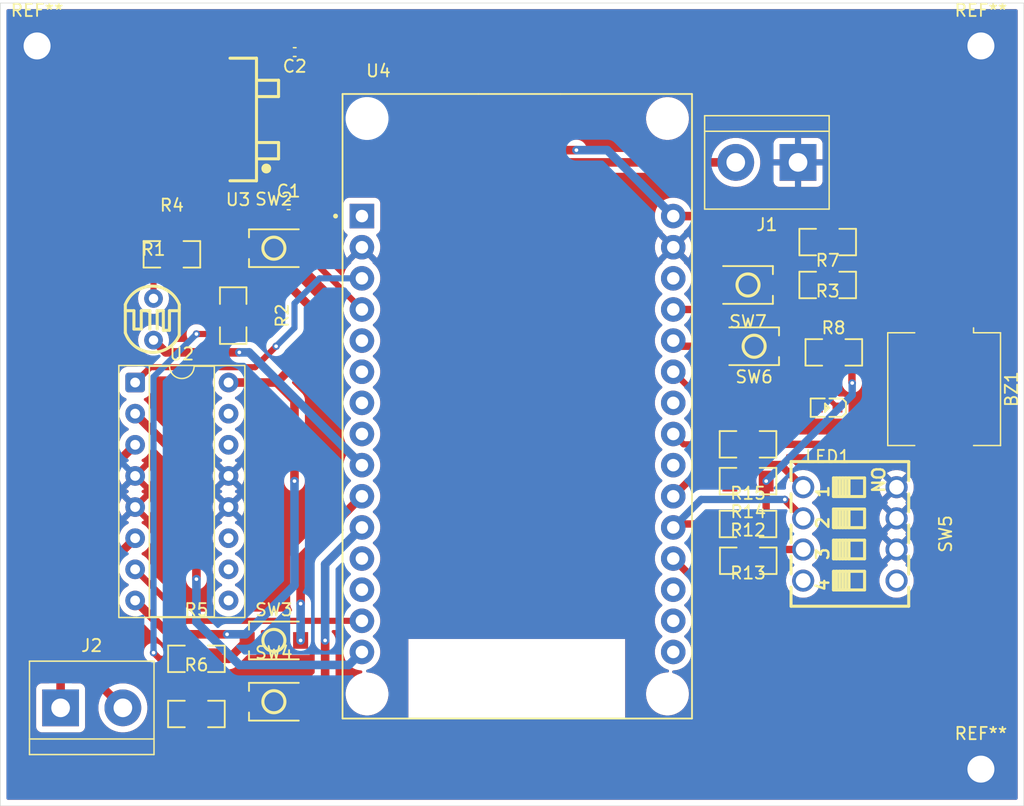
<source format=kicad_pcb>
(kicad_pcb (version 20241229) (generator "pcbnew") (generator_version "9.0")
  (layers (0 "F.Cu" signal) (2 "B.Cu" signal) (13 "F.Paste" user) (15 "B.Paste" user) (5 "F.SilkS" user "F.Silkscreen") (7 "B.SilkS" user "B.Silkscreen") (1 "F.Mask" user) (3 "B.Mask" user) (25 "Edge.Cuts" user))
  (net 0 "")
  (net 2 "Net-(BZ1--)")
  (net 3 "+5V")
  (net 4 "GND")
  (net 5 "+12V")
  (net 6 "Net-(J2-Pin_2)")
  (net 8 "Net-(J2-Pin_1)")
  (net 10 "Net-(LED1-A)")
  (net 11 "Net-(LED1-K)")
  (net 12 "Net-(R1-Pad1)")
  (net 14 "Net-(U4-D18)")
  (net 16 "Net-(R2-Pad1)")
  (net 17 "Net-(R5-Pad2)")
  (net 18 "Net-(R6-Pad2)")
  (net 19 "dip1")
  (net 20 "dip2")
  (net 21 "dip3")
  (net 22 "BUZZER")
  (net 23 "Net-(U4-D2)")
  (net 24 "llave A")
  (net 25 "llave B")
  (net 28 "LSC")
  (net 29 "LSA")
  (net 30 "motor 2")
  (net 31 "motor 1")
  (net 32 "enable")
  (net 42 "+3.3V")
  (net 46 "Net-(R7-Pad1)")
  (net 47 "Net-(R8-Pad1)")
  (footprint "MountingHole:MountingHole_2.2mm_M2_ISO14580_Pad" (layer "F.Cu") (at 171.5 68.5)
    (property "Reference" "REF**" (at 0 -2.9 0) (layer "F.SilkS"))
    (property "Value" "MountingHole_2.2mm_M2_ISO14580_Pad" (hide yes))
    (pad "1" thru_hole circle (at 0 0) (size 3.8 3.8) (drill 2.2) (layers "*.Cu" "*.Mask"))
  )
  (footprint "easyeda2kicad:R1206" (layer "F.Cu") (at 110.5 90.5 -90)
    (property "Reference" "R2" (at 0 -4 90) (layer "F.SilkS"))
    (property "Value" "220")
    (fp_line (start -2.31 1.08) (end -2.31 -1.08) (stroke (width 0.15)) (layer "F.SilkS"))
    (fp_line (start -0.95 1.08) (end -2.31 1.08) (stroke (width 0.15)) (layer "F.SilkS"))
    (fp_line (start 0.95 1.08) (end 2.31 1.08) (stroke (width 0.15)) (layer "F.SilkS"))
    (fp_line (start 2.31 1.08) (end 2.31 -1.08) (stroke (width 0.15)) (layer "F.SilkS"))
    (fp_line (start -2.31 -1.08) (end -0.95 -1.08) (stroke (width 0.15)) (layer "F.SilkS"))
    (fp_line (start 2.31 -1.08) (end 0.95 -1.08) (stroke (width 0.15)) (layer "F.SilkS"))
    (pad "1" smd rect (at -1.48 0 270) (size 1.21 1.7) (layers "F.Cu" "F.Mask" "F.Paste") (net 16 "Net-(R2-Pad1)"))
    (pad "2" smd rect (at 1.48 0 270) (size 1.21 1.7) (layers "F.Cu" "F.Mask" "F.Paste") (net 3 "+5V"))
  )
  (footprint "easyeda2kicad:R1206" (layer "F.Cu") (at 107.5 123)
    (property "Reference" "R6" (at 0 -4 0) (layer "F.SilkS"))
    (property "Value" "220")
    (fp_line (start -2.31 -1.08) (end -0.95 -1.08) (stroke (width 0.15)) (layer "F.SilkS"))
    (fp_line (start -2.31 1.08) (end -2.31 -1.08) (stroke (width 0.15)) (layer "F.SilkS"))
    (fp_line (start -0.95 1.08) (end -2.31 1.08) (stroke (width 0.15)) (layer "F.SilkS"))
    (fp_line (start 0.95 1.08) (end 2.31 1.08) (stroke (width 0.15)) (layer "F.SilkS"))
    (fp_line (start 2.31 -1.08) (end 0.95 -1.08) (stroke (width 0.15)) (layer "F.SilkS"))
    (fp_line (start 2.31 1.08) (end 2.31 -1.08) (stroke (width 0.15)) (layer "F.SilkS"))
    (pad "1" smd rect (at -1.48 0) (size 1.21 1.7) (layers "F.Cu" "F.Mask" "F.Paste") (net 3 "+5V"))
    (pad "2" smd rect (at 1.48 0) (size 1.21 1.7) (layers "F.Cu" "F.Mask" "F.Paste") (net 18 "Net-(R6-Pad2)"))
  )
  (footprint "easyeda2kicad:SW-SMD_L3.9-W3.0-P4.45" (layer "F.Cu") (at 113.82 117)
    (property "Reference" "SW3" (at 0 -2.5 0) (layer "F.SilkS"))
    (property "Value" "botton")
    (fp_line (start -2.03 -1.54) (end -2.03 -0.88) (stroke (width 0.15)) (layer "F.SilkS"))
    (fp_line (start -2.03 1.54) (end -2.03 0.88) (stroke (width 0.15)) (layer "F.SilkS"))
    (fp_line (start 2.03 -1.54) (end -2.03 -1.54) (stroke (width 0.15)) (layer "F.SilkS"))
    (fp_line (start 2.03 1.54) (end -2.03 1.54) (stroke (width 0.15)) (layer "F.SilkS"))
    (fp_circle (center 0 0) (end 0.9 0) (stroke (width 0.25)) (fill no) (layer "F.SilkS"))
    (pad "1" smd rect (at -2.18 0) (size 1.23 1.36) (layers "F.Cu" "F.Mask" "F.Paste") (net 17 "Net-(R5-Pad2)"))
    (pad "2" smd rect (at 2.18 0) (size 1.23 1.36) (layers "F.Cu" "F.Mask" "F.Paste") (net 24 "llave A"))
  )
  (footprint "Buzzer_Beeper:Buzzer_CUI_CPT-9019S-SMT" (layer "F.Cu") (at 168.5 96.5 -90)
    (property "Reference" "BZ1" (at 0 -5.5 90) (layer "F.SilkS"))
    (property "Value" "Buzzer")
    (fp_line (start 4.6 4.6) (end -4.6 4.6) (stroke (width 0.12)) (layer "F.SilkS"))
    (fp_line (start -4.6 2.4) (end -4.6 4.6) (stroke (width 0.12)) (layer "F.SilkS"))
    (fp_line (start 4.6 2.4) (end 4.6 4.6) (stroke (width 0.12)) (layer "F.SilkS"))
    (fp_line (start -4.6 -2.4) (end -5 -2.4) (stroke (width 0.12)) (layer "F.SilkS"))
    (fp_line (start -4.6 -4.6) (end -4.6 -2.4) (stroke (width 0.12)) (layer "F.SilkS"))
    (fp_line (start -4.6 -4.6) (end 4.6 -4.6) (stroke (width 0.12)) (layer "F.SilkS"))
    (fp_line (start 4.6 -4.6) (end 4.6 -2.4) (stroke (width 0.12)) (layer "F.SilkS"))
    (pad "1" smd rect (at -4 0 270) (size 2 4.2) (layers "F.Cu" "F.Mask" "F.Paste") (net 3 "+5V"))
    (pad "2" smd rect (at 4 0 270) (size 2 4.2) (layers "F.Cu" "F.Mask" "F.Paste") (net 2 "Net-(BZ1--)"))
  )
  (footprint "easyeda2kicad:R1206" (layer "F.Cu") (at 152.5 107.5 180)
    (property "Reference" "R13" (at 0 -4 0) (layer "F.SilkS"))
    (property "Value" "RC1206FR-071KL" (hide yes))
    (fp_line (start 2.31 1.08) (end 2.31 -1.08) (stroke (width 0.15)) (layer "F.SilkS"))
    (fp_line (start 2.31 -1.08) (end 0.95 -1.08) (stroke (width 0.15)) (layer "F.SilkS"))
    (fp_line (start 0.95 1.08) (end 2.31 1.08) (stroke (width 0.15)) (layer "F.SilkS"))
    (fp_line (start -0.95 1.08) (end -2.31 1.08) (stroke (width 0.15)) (layer "F.SilkS"))
    (fp_line (start -2.31 1.08) (end -2.31 -1.08) (stroke (width 0.15)) (layer "F.SilkS"))
    (fp_line (start -2.31 -1.08) (end -0.95 -1.08) (stroke (width 0.15)) (layer "F.SilkS"))
    (pad "1" smd rect (at -1.48 0 180) (size 1.21 1.7) (layers "F.Cu" "F.Mask" "F.Paste") (net 3 "+5V"))
    (pad "2" smd rect (at 1.48 0 180) (size 1.21 1.7) (layers "F.Cu" "F.Mask" "F.Paste") (net 20 "dip2"))
  )
  (footprint "easyeda2kicad:R1206" (layer "F.Cu") (at 105.5 85.5)
    (property "Reference" "R4" (at 0 -4 0) (layer "F.SilkS"))
    (property "Value" "220")
    (fp_line (start -2.31 -1.08) (end -0.95 -1.08) (stroke (width 0.15)) (layer "F.SilkS"))
    (fp_line (start -2.31 1.08) (end -2.31 -1.08) (stroke (width 0.15)) (layer "F.SilkS"))
    (fp_line (start -0.95 1.08) (end -2.31 1.08) (stroke (width 0.15)) (layer "F.SilkS"))
    (fp_line (start 0.95 1.08) (end 2.31 1.08) (stroke (width 0.15)) (layer "F.SilkS"))
    (fp_line (start 2.31 -1.08) (end 0.95 -1.08) (stroke (width 0.15)) (layer "F.SilkS"))
    (fp_line (start 2.31 1.08) (end 2.31 -1.08) (stroke (width 0.15)) (layer "F.SilkS"))
    (pad "1" smd rect (at -1.48 0) (size 1.21 1.7) (layers "F.Cu" "F.Mask" "F.Paste") (net 12 "Net-(R1-Pad1)"))
    (pad "2" smd rect (at 1.48 0) (size 1.21 1.7) (layers "F.Cu" "F.Mask" "F.Paste") (net 4 "GND"))
  )
  (footprint "MountingHole:MountingHole_2.2mm_M2_ISO14580_Pad" (layer "F.Cu") (at 171.5 127.5)
    (property "Reference" "REF**" (at 0 -2.9 0) (layer "F.SilkS"))
    (property "Value" "MountingHole_2.2mm_M2_ISO14580_Pad" (hide yes))
    (pad "1" thru_hole circle (at 0 0) (size 3.8 3.8) (drill 2.2) (layers "*.Cu" "*.Mask"))
  )
  (footprint "easyeda2kicad:SW-SMD_L3.9-W3.0-P4.45" (layer "F.Cu") (at 113.82 85)
    (property "Reference" "SW2" (at 0 -4 0) (layer "F.SilkS"))
    (property "Value" "TS-1088-AR02016" (hide yes))
    (fp_line (start -2.03 -1.54) (end -2.03 -0.88) (stroke (width 0.15)) (layer "F.SilkS"))
    (fp_line (start -2.03 1.54) (end -2.03 0.88) (stroke (width 0.15)) (layer "F.SilkS"))
    (fp_line (start 2.03 -1.54) (end -2.03 -1.54) (stroke (width 0.15)) (layer "F.SilkS"))
    (fp_line (start 2.03 1.54) (end -2.03 1.54) (stroke (width 0.15)) (layer "F.SilkS"))
    (fp_circle (center 0 0) (end 0.9 0) (stroke (width 0.25)) (fill no) (layer "F.SilkS"))
    (pad "1" smd rect (at -2.18 0) (size 1.23 1.36) (layers "F.Cu" "F.Mask" "F.Paste") (net 16 "Net-(R2-Pad1)"))
    (pad "2" smd rect (at 2.18 0) (size 1.23 1.36) (layers "F.Cu" "F.Mask" "F.Paste") (net 23 "Net-(U4-D2)"))
  )
  (footprint "TerminalBlock:TerminalBlock_bornier-2_P5.08mm" (layer "F.Cu") (at 156.58 78 180)
    (property "Reference" "J1" (at 2.54 -5.08 0) (layer "F.SilkS"))
    (property "Value" "ALIMENTACION")
    (fp_line (start 7.62 3.81) (end 7.62 -3.81) (stroke (width 0.12)) (layer "F.SilkS"))
    (fp_line (start 7.62 2.54) (end -2.54 2.54) (stroke (width 0.12)) (layer "F.SilkS"))
    (fp_line (start 7.62 -3.81) (end -2.54 -3.81) (stroke (width 0.12)) (layer "F.SilkS"))
    (fp_line (start -2.54 3.81) (end 7.62 3.81) (stroke (width 0.12)) (layer "F.SilkS"))
    (fp_line (start -2.54 -3.81) (end -2.54 3.81) (stroke (width 0.12)) (layer "F.SilkS"))
    (pad "1" thru_hole rect (at 0 0 180) (size 3 3) (drill 1.52) (layers "*.Cu" "*.Mask") (net 4 "GND"))
    (pad "2" thru_hole circle (at 5.08 0 180) (size 3 3) (drill 1.52) (layers "*.Cu" "*.Mask") (net 5 "+12V"))
  )
  (footprint "easyeda2kicad:R1206" (layer "F.Cu") (at 159 84.5 180)
    (property "Reference" "R3" (at 0 -4 0) (layer "F.SilkS"))
    (property "Value" "220" (hide yes))
    (fp_line (start 2.31 1.08) (end 2.31 -1.08) (stroke (width 0.15)) (layer "F.SilkS"))
    (fp_line (start 2.31 -1.08) (end 0.95 -1.08) (stroke (width 0.15)) (layer "F.SilkS"))
    (fp_line (start 0.95 1.08) (end 2.31 1.08) (stroke (width 0.15)) (layer "F.SilkS"))
    (fp_line (start -0.95 1.08) (end -2.31 1.08) (stroke (width 0.15)) (layer "F.SilkS"))
    (fp_line (start -2.31 1.08) (end -2.31 -1.08) (stroke (width 0.15)) (layer "F.SilkS"))
    (fp_line (start -2.31 -1.08) (end -0.95 -1.08) (stroke (width 0.15)) (layer "F.SilkS"))
    (pad "1" smd rect (at -1.48 0 180) (size 1.21 1.7) (layers "F.Cu" "F.Mask" "F.Paste") (net 11 "Net-(LED1-K)"))
    (pad "2" smd rect (at 1.48 0 180) (size 1.21 1.7) (layers "F.Cu" "F.Mask" "F.Paste") (net 4 "GND"))
  )
  (footprint "easyeda2kicad:SW-TH_DSWB04LHGET" (layer "F.Cu") (at 160.81 108.31 -90)
    (property "Reference" "SW5" (at 0 -7.81 90) (layer "F.SilkS"))
    (property "Value" "DSWB04LHGET" (hide yes))
    (fp_line (start -5.9 4.8) (end -4.35 4.8) (stroke (width 0.25)) (layer "F.SilkS"))
    (fp_line (start -5.9 4.8) (end -5.9 -4.8) (stroke (width 0.25)) (layer "F.SilkS"))
    (fp_line (start -3.27 4.8) (end -1.81 4.8) (stroke (width 0.25)) (layer "F.SilkS"))
    (fp_line (start -0.73 4.8) (end 0.73 4.8) (stroke (width 0.25)) (layer "F.SilkS"))
    (fp_line (start 1.81 4.8) (end 3.27 4.8) (stroke (width 0.25)) (layer "F.SilkS"))
    (fp_line (start 4.35 4.8) (end 5.9 4.8) (stroke (width 0.25)) (layer "F.SilkS"))
    (fp_line (start -4.57 1.34) (end -4.57 -1.2) (stroke (width 0.25)) (layer "F.SilkS"))
    (fp_line (start -3.05 1.34) (end -4.57 1.34) (stroke (width 0.25)) (layer "F.SilkS"))
    (fp_line (start -2.03 1.34) (end -2.03 -1.2) (stroke (width 0.25)) (layer "F.SilkS"))
    (fp_line (start -0.51 1.34) (end -2.03 1.34) (stroke (width 0.25)) (layer "F.SilkS"))
    (fp_line (start 0.51 1.34) (end 0.51 -1.2) (stroke (width 0.25)) (layer "F.SilkS"))
    (fp_line (start 2.03 1.34) (end 0.51 1.34) (stroke (width 0.25)) (layer "F.SilkS"))
    (fp_line (start 3.05 1.34) (end 3.05 -1.2) (stroke (width 0.25)) (layer "F.SilkS"))
    (fp_line (start 4.57 1.34) (end 3.05 1.34) (stroke (width 0.25)) (layer "F.SilkS"))
    (fp_line (start -4.57 1.09) (end -3.05 1.09) (stroke (width 0.25)) (layer "F.SilkS"))
    (fp_line (start -2.03 1.09) (end -0.51 1.09) (stroke (width 0.25)) (layer "F.SilkS"))
    (fp_line (start 0.51 1.09) (end 2.03 1.09) (stroke (width 0.25)) (layer "F.SilkS"))
    (fp_line (start 3.05 1.09) (end 4.57 1.09) (stroke (width 0.25)) (layer "F.SilkS"))
    (fp_line (start -4.57 0.83) (end -3.05 0.83) (stroke (width 0.25)) (layer "F.SilkS"))
    (fp_line (start -2.03 0.83) (end -0.51 0.83) (stroke (width 0.25)) (layer "F.SilkS"))
    (fp_line (start 0.51 0.83) (end 2.03 0.83) (stroke (width 0.25)) (layer "F.SilkS"))
    (fp_line (start 3.05 0.83) (end 4.57 0.83) (stroke (width 0.25)) (layer "F.SilkS"))
    (fp_line (start -4.57 0.58) (end -3.05 0.58) (stroke (width 0.25)) (layer "F.SilkS"))
    (fp_line (start -2.03 0.58) (end -0.51 0.58) (stroke (width 0.25)) (layer "F.SilkS"))
    (fp_line (start 0.51 0.58) (end 2.03 0.58) (stroke (width 0.25)) (layer "F.SilkS"))
    (fp_line (start 3.05 0.58) (end 4.57 0.58) (stroke (width 0.25)) (layer "F.SilkS"))
    (fp_line (start -4.57 0.33) (end -3.05 0.33) (stroke (width 0.25)) (layer "F.SilkS"))
    (fp_line (start -2.03 0.33) (end -0.51 0.33) (stroke (width 0.25)) (layer "F.SilkS"))
    (fp_line (start 0.51 0.33) (end 2.03 0.33) (stroke (width 0.25)) (layer "F.SilkS"))
    (fp_line (start 3.05 0.33) (end 4.57 0.33) (stroke (width 0.25)) (layer "F.SilkS"))
    (fp_line (start -4.57 0.07) (end -3.05 0.07) (stroke (width 0.25)) (layer "F.SilkS"))
    (fp_line (start -2.03 0.07) (end -0.51 0.07) (stroke (width 0.25)) (layer "F.SilkS"))
    (fp_line (start 0.51 0.07) (end 2.03 0.07) (stroke (width 0.25)) (layer "F.SilkS"))
    (fp_line (start 3.05 0.07) (end 4.57 0.07) (stroke (width 0.25)) (layer "F.SilkS"))
    (fp_line (start -4.57 -1.2) (end -3.05 -1.2) (stroke (width 0.25)) (layer "F.SilkS"))
    (fp_line (start -3.05 -1.2) (end -3.05 1.34) (stroke (width 0.25)) (layer "F.SilkS"))
    (fp_line (start -2.03 -1.2) (end -0.51 -1.2) (stroke (width 0.25)) (layer "F.SilkS"))
    (fp_line (start -0.51 -1.2) (end -0.51 1.34) (stroke (width 0.25)) (layer "F.SilkS"))
    (fp_line (start 0.51 -1.2) (end 2.03 -1.2) (stroke (width 0.25)) (layer "F.SilkS"))
    (fp_line (start 2.03 -1.2) (end 2.03 1.34) (stroke (width 0.25)) (layer "F.SilkS"))
    (fp_line (start 3.05 -1.2) (end 4.57 -1.2) (stroke (width 0.25)) (layer "F.SilkS"))
    (fp_line (start 4.57 -1.2) (end 4.57 1.34) (stroke (width 0.25)) (layer "F.SilkS"))
    (fp_line (start -5.9 -4.8) (end -4.35 -4.8) (stroke (width 0.25)) (layer "F.SilkS"))
    (fp_line (start -3.27 -4.8) (end -1.81 -4.8) (stroke (width 0.25)) (layer "F.SilkS"))
    (fp_line (start -0.73 -4.8) (end 0.73 -4.8) (stroke (width 0.25)) (layer "F.SilkS"))
    (fp_line (start 1.81 -4.8) (end 3.27 -4.8) (stroke (width 0.25)) (layer "F.SilkS"))
    (fp_line (start 4.35 -4.8) (end 5.9 -4.8) (stroke (width 0.25)) (layer "F.SilkS"))
    (fp_line (start 5.9 -4.8) (end 5.9 4.8) (stroke (width 0.25)) (layer "F.SilkS"))
    (fp_text user "2" (at -1.52 2.21 90) (layer "F.SilkS") (effects (font (thickness 0.2)) (justify right)))
    (fp_text user "NO" (at -5.59 -2.36 90) (layer "F.SilkS") (effects (font (thickness 0.2)) (justify right)))
    (fp_text user "4" (at 3.56 2.21 90) (layer "F.SilkS") (effects (font (thickness 0.2)) (justify right)))
    (fp_text user "3" (at 1.02 2.21 90) (layer "F.SilkS") (effects (font (thickness 0.2)) (justify right)))
    (fp_text user "1" (at -4.06 2.21 90) (layer "F.SilkS") (effects (font (thickness 0.2)) (justify right)))
    (pad "1" thru_hole circle (at -3.81 -3.81 270) (size 1.8 1.8) (drill 1.199998) (layers "*.Cu" "*.Mask") (net 4 "GND"))
    (pad "2" thru_hole circle (at -1.27 -3.81 270) (size 1.8 1.8) (drill 1.199998) (layers "*.Cu" "*.Mask") (net 4 "GND"))
    (pad "3" thru_hole circle (at 1.27 -3.81 270) (size 1.8 1.8) (drill 1.199998) (layers "*.Cu" "*.Mask") (net 4 "GND"))
    (pad "4" thru_hole circle (at 3.81 -3.81 270) (size 1.8 1.8) (drill 1.199998) (layers "*.Cu" "*.Mask"))
    (pad "5" thru_hole circle (at -3.81 3.81 270) (size 1.8 1.8) (drill 1.199998) (layers "*.Cu" "*.Mask") (net 19 "dip1"))
    (pad "6" thru_hole circle (at -1.27 3.81 270) (size 1.8 1.8) (drill 1.199998) (layers "*.Cu" "*.Mask") (net 20 "dip2"))
    (pad "7" thru_hole circle (at 1.27 3.81 270) (size 1.8 1.8) (drill 1.199998) (layers "*.Cu" "*.Mask") (net 21 "dip3"))
    (pad "8" thru_hole circle (at 3.81 3.81 270) (size 1.8 1.8) (drill 1.199998) (layers "*.Cu" "*.Mask"))
  )
  (footprint "easyeda2kicad:R1206" (layer "F.Cu") (at 107.5 118.5)
    (property "Reference" "R5" (at 0 -4 0) (layer "F.SilkS"))
    (property "Value" "220")
    (fp_line (start -2.31 -1.08) (end -0.95 -1.08) (stroke (width 0.15)) (layer "F.SilkS"))
    (fp_line (start -2.31 1.08) (end -2.31 -1.08) (stroke (width 0.15)) (layer "F.SilkS"))
    (fp_line (start -0.95 1.08) (end -2.31 1.08) (stroke (width 0.15)) (layer "F.SilkS"))
    (fp_line (start 0.95 1.08) (end 2.31 1.08) (stroke (width 0.15)) (layer "F.SilkS"))
    (fp_line (start 2.31 -1.08) (end 0.95 -1.08) (stroke (width 0.15)) (layer "F.SilkS"))
    (fp_line (start 2.31 1.08) (end 2.31 -1.08) (stroke (width 0.15)) (layer "F.SilkS"))
    (pad "1" smd rect (at -1.48 0) (size 1.21 1.7) (layers "F.Cu" "F.Mask" "F.Paste") (net 3 "+5V"))
    (pad "2" smd rect (at 1.48 0) (size 1.21 1.7) (layers "F.Cu" "F.Mask" "F.Paste") (net 17 "Net-(R5-Pad2)"))
  )
  (footprint "easyeda2kicad:SW-SMD_L3.9-W3.0-P4.45" (layer "F.Cu") (at 113.82 122)
    (property "Reference" "SW4" (at 0 -4 0) (layer "F.SilkS"))
    (property "Value" "botton")
    (fp_line (start -2.03 -1.54) (end -2.03 -0.88) (stroke (width 0.15)) (layer "F.SilkS"))
    (fp_line (start -2.03 1.54) (end -2.03 0.88) (stroke (width 0.15)) (layer "F.SilkS"))
    (fp_line (start 2.03 -1.54) (end -2.03 -1.54) (stroke (width 0.15)) (layer "F.SilkS"))
    (fp_line (start 2.03 1.54) (end -2.03 1.54) (stroke (width 0.15)) (layer "F.SilkS"))
    (fp_circle (center 0 0) (end 0.9 0) (stroke (width 0.25)) (fill no) (layer "F.SilkS"))
    (pad "1" smd rect (at -2.18 0) (size 1.23 1.36) (layers "F.Cu" "F.Mask" "F.Paste") (net 18 "Net-(R6-Pad2)"))
    (pad "2" smd rect (at 2.18 0) (size 1.23 1.36) (layers "F.Cu" "F.Mask" "F.Paste") (net 25 "llave B"))
  )
  (footprint "easyeda2kicad:SW-SMD_L3.9-W3.0-P4.45" (layer "F.Cu") (at 153 93 180)
    (property "Reference" "SW6" (at 0 -2.5 0) (layer "F.SilkS"))
    (property "Value" "botton")
    (fp_line (start 2.03 1.54) (end -2.03 1.54) (stroke (width 0.15)) (layer "F.SilkS"))
    (fp_line (start 2.03 -1.54) (end -2.03 -1.54) (stroke (width 0.15)) (layer "F.SilkS"))
    (fp_line (start -2.03 1.54) (end -2.03 0.88) (stroke (width 0.15)) (layer "F.SilkS"))
    (fp_line (start -2.03 -1.54) (end -2.03 -0.88) (stroke (width 0.15)) (layer "F.SilkS"))
    (fp_circle (center 0 0) (end 0.9 0) (stroke (width 0.25)) (fill no) (layer "F.SilkS"))
    (pad "1" smd rect (at -2.18 0 180) (size 1.23 1.36) (layers "F.Cu" "F.Mask" "F.Paste") (net 47 "Net-(R8-Pad1)"))
    (pad "2" smd rect (at 2.18 0 180) (size 1.23 1.36) (layers "F.Cu" "F.Mask" "F.Paste") (net 28 "LSC"))
  )
  (footprint "Capacitor_SMD:C_0402_1005Metric" (layer "F.Cu") (at 115.52 69 180)
    (property "Reference" "C2" (at 0 -1.16 0) (layer "F.SilkS"))
    (property "Value" "0.1uf")
    (fp_line (start -0.107836 0.36) (end 0.107836 0.36) (stroke (width 0.12)) (layer "F.SilkS"))
    (fp_line (start -0.107836 -0.36) (end 0.107836 -0.36) (stroke (width 0.12)) (layer "F.SilkS"))
    (pad "1" smd roundrect (at -0.48 0 180) (size 0.56 0.62) (layers "F.Cu" "F.Mask" "F.Paste") (net 3 "+5V"))
    (pad "2" smd roundrect (at 0.48 0 180) (size 0.56 0.62) (layers "F.Cu" "F.Mask" "F.Paste") (net 4 "GND"))
  )
  (footprint "easyeda2kicad:R1206" (layer "F.Cu") (at 152.5 104 180)
    (property "Reference" "R12" (at 0 -4 0) (layer "F.SilkS"))
    (property "Value" "RC1206FR-071KL" (hide yes))
    (fp_line (start 2.31 1.08) (end 2.31 -1.08) (stroke (width 0.15)) (layer "F.SilkS"))
    (fp_line (start 2.31 -1.08) (end 0.95 -1.08) (stroke (width 0.15)) (layer "F.SilkS"))
    (fp_line (start 0.95 1.08) (end 2.31 1.08) (stroke (width 0.15)) (layer "F.SilkS"))
    (fp_line (start -0.95 1.08) (end -2.31 1.08) (stroke (width 0.15)) (layer "F.SilkS"))
    (fp_line (start -2.31 1.08) (end -2.31 -1.08) (stroke (width 0.15)) (layer "F.SilkS"))
    (fp_line (start -2.31 -1.08) (end -0.95 -1.08) (stroke (width 0.15)) (layer "F.SilkS"))
    (pad "1" smd rect (at -1.48 0 180) (size 1.21 1.7) (layers "F.Cu" "F.Mask" "F.Paste") (net 3 "+5V"))
    (pad "2" smd rect (at 1.48 0 180) (size 1.21 1.7) (layers "F.Cu" "F.Mask" "F.Paste") (net 19 "dip1"))
  )
  (footprint "easyeda2kicad:R1206" (layer "F.Cu") (at 152.52 110.5)
    (property "Reference" "R14" (at 0 -4 0) (layer "F.SilkS"))
    (property "Value" "RC1206FR-071KL" (hide yes))
    (fp_line (start -2.31 -1.08) (end -0.95 -1.08) (stroke (width 0.15)) (layer "F.SilkS"))
    (fp_line (start -2.31 1.08) (end -2.31 -1.08) (stroke (width 0.15)) (layer "F.SilkS"))
    (fp_line (start -0.95 1.08) (end -2.31 1.08) (stroke (width 0.15)) (layer "F.SilkS"))
    (fp_line (start 0.95 1.08) (end 2.31 1.08) (stroke (width 0.15)) (layer "F.SilkS"))
    (fp_line (start 2.31 -1.08) (end 0.95 -1.08) (stroke (width 0.15)) (layer "F.SilkS"))
    (fp_line (start 2.31 1.08) (end 2.31 -1.08) (stroke (width 0.15)) (layer "F.SilkS"))
    (pad "1" smd rect (at -1.48 0) (size 1.21 1.7) (layers "F.Cu" "F.Mask" "F.Paste") (net 3 "+5V"))
    (pad "2" smd rect (at 1.48 0) (size 1.21 1.7) (layers "F.Cu" "F.Mask" "F.Paste") (net 21 "dip3"))
  )
  (footprint "easyeda2kicad:RES-TH_L5.1-W4.3-P3.40-D0.5" (layer "F.Cu") (at 104 90.8)
    (property "Reference" "R1" (at 0 -5.7 0) (layer "F.SilkS"))
    (property "Value" "GL5528(10-20)" (hide yes))
    (fp_line (start -2.3 -0.7) (end -1.6 -0.7) (stroke (width 0.25)) (layer "F.SilkS"))
    (fp_line (start -2.3 1.1) (end -2.3 -1.2) (stroke (width 0.25)) (layer "F.SilkS"))
    (fp_line (start -1.6 -0.7) (end -1.6 0.8) (stroke (width 0.25)) (layer "F.SilkS"))
    (fp_line (start -1.6 0.8) (end -1 0.8) (stroke (width 0.25)) (layer "F.SilkS"))
    (fp_line (start -1 -0.7) (end -0.3 -0.7) (stroke (width 0.25)) (layer "F.SilkS"))
    (fp_line (start -1 0.8) (end -1 -0.7) (stroke (width 0.25)) (layer "F.SilkS"))
    (fp_line (start -0.3 -0.7) (end -0.3 0.8) (stroke (width 0.25)) (layer "F.SilkS"))
    (fp_line (start 0.3 -0.7) (end 0.8 -0.7) (stroke (width 0.25)) (layer "F.SilkS"))
    (fp_line (start 0.3 0.8) (end 0.3 -0.7) (stroke (width 0.25)) (layer "F.SilkS"))
    (fp_line (start 0.8 -0.7) (end 0.8 0.9) (stroke (width 0.25)) (layer "F.SilkS"))
    (fp_line (start 0.8 0.9) (end 1.3 0.9) (stroke (width 0.25)) (layer "F.SilkS"))
    (fp_line (start 1.3 -0.7) (end 2.1 -0.7) (stroke (width 0.25)) (layer "F.SilkS"))
    (fp_line (start 1.3 0.9) (end 1.3 -0.7) (stroke (width 0.25)) (layer "F.SilkS"))
    (fp_line (start 2.1 1.3) (end 2.1 -1.2) (stroke (width 0.25)) (layer "F.SilkS"))
    (fp_arc (start -2.3 -1.2) (mid -0.0946 -2.702112) (end 2.103909 -1.189932) (stroke (width 0.25)) (layer "F.SilkS"))
    (fp_arc (start 2.1 1.3) (mid -0.163225 2.695554) (end -2.296284 1.108161) (stroke (width 0.25)) (layer "F.SilkS"))
    (pad "1" thru_hole circle (at 0 -1.7 270) (size 1.52 1.52) (drill 0.762) (layers "*.Cu" "*.Mask") (net 12 "Net-(R1-Pad1)"))
    (pad "2" thru_hole circle (at 0 1.7 270) (size 1.52 1.52) (drill 0.762) (layers "*.Cu" "*.Mask") (net 14 "Net-(U4-D18)"))
  )
  (footprint "Capacitor_SMD:C_0402_1005Metric" (layer "F.Cu") (at 115.02 81.5)
    (property "Reference" "C1" (at 0 -1.16 0) (layer "F.SilkS"))
    (property "Value" "0.33uf")
    (fp_line (start -0.107836 -0.36) (end 0.107836 -0.36) (stroke (width 0.12)) (layer "F.SilkS"))
    (fp_line (start -0.107836 0.36) (end 0.107836 0.36) (stroke (width 0.12)) (layer "F.SilkS"))
    (pad "1" smd roundrect (at -0.48 0) (size 0.56 0.62) (layers "F.Cu" "F.Mask" "F.Paste") (net 5 "+12V"))
    (pad "2" smd roundrect (at 0.48 0) (size 0.56 0.62) (layers "F.Cu" "F.Mask" "F.Paste") (net 4 "GND"))
  )
  (footprint "TerminalBlock:TerminalBlock_bornier-2_P5.08mm" (layer "F.Cu") (at 96.42 122.5)
    (property "Reference" "J2" (at 2.54 -5.08 0) (layer "F.SilkS"))
    (property "Value" "motor")
    (fp_line (start -2.54 -3.81) (end -2.54 3.81) (stroke (width 0.12)) (layer "F.SilkS"))
    (fp_line (start -2.54 3.81) (end 7.62 3.81) (stroke (width 0.12)) (layer "F.SilkS"))
    (fp_line (start 7.62 -3.81) (end -2.54 -3.81) (stroke (width 0.12)) (layer "F.SilkS"))
    (fp_line (start 7.62 2.54) (end -2.54 2.54) (stroke (width 0.12)) (layer "F.SilkS"))
    (fp_line (start 7.62 3.81) (end 7.62 -3.81) (stroke (width 0.12)) (layer "F.SilkS"))
    (pad "1" thru_hole rect (at 0 0) (size 3 3) (drill 1.52) (layers "*.Cu" "*.Mask") (net 8 "Net-(J2-Pin_1)"))
    (pad "2" thru_hole circle (at 5.08 0) (size 3 3) (drill 1.52) (layers "*.Cu" "*.Mask") (net 6 "Net-(J2-Pin_2)"))
  )
  (footprint "ESP32-DEVKIT-V1 (1):MODULE_ESP32_DEVKIT_V1" (layer "F.Cu") (at 133.7 97.895)
    (property "Reference" "U4" (at -11.355 -27.36 0) (layer "F.SilkS"))
    (property "Value" "ESP32-DEVKIT-V1")
    (fp_line (start -14.28 -25.475) (end -3.211 -25.475) (stroke (width 0.127)) (layer "F.SilkS"))
    (fp_line (start -14.28 -25.475) (end 14.23 -25.475) (stroke (width 0.127)) (layer "F.SilkS"))
    (fp_line (start -14.28 25.475) (end -14.28 -25.475) (stroke (width 0.127)) (layer "F.SilkS"))
    (fp_line (start -14.28 25.475) (end -14.28 -25.475) (stroke (width 0.127)) (layer "F.SilkS"))
    (fp_line (start -14.28 25.475) (end -8.91 25.475) (stroke (width 0.127)) (layer "F.SilkS"))
    (fp_line (start -8.91 25.475) (end 8.78 25.475) (stroke (width 0.127)) (layer "F.SilkS"))
    (fp_line (start -3.211 -25.475) (end 3.5 -25.475) (stroke (width 0.127)) (layer "F.SilkS"))
    (fp_line (start 3.5 -25.475) (end 14.23 -25.475) (stroke (width 0.127)) (layer "F.SilkS"))
    (fp_line (start 8.78 25.475) (end 14.23 25.475) (stroke (width 0.127)) (layer "F.SilkS"))
    (fp_line (start 14.23 -25.475) (end 14.23 25.475) (stroke (width 0.127)) (layer "F.SilkS"))
    (fp_line (start 14.23 -25.475) (end 14.23 25.475) (stroke (width 0.127)) (layer "F.SilkS"))
    (fp_line (start 14.23 25.475) (end -14.28 25.475) (stroke (width 0.127)) (layer "F.SilkS"))
    (fp_circle (center -14.85 -15.515) (end -14.75 -15.515) (stroke (width 0.2)) (fill no) (layer "F.SilkS"))
    (pad "" np_thru_hole circle (at -12.28 -23.475) (size 3 3) (drill 3) (layers "*.Cu" "*.Mask"))
    (pad "" np_thru_hole circle (at -12.28 23.475) (size 3 3) (drill 3) (layers "*.Cu" "*.Mask"))
    (pad "" np_thru_hole circle (at 12.23 -23.475) (size 3 3) (drill 3) (layers "*.Cu" "*.Mask"))
    (pad "" np_thru_hole circle (at 12.23 23.475) (size 3 3) (drill 3) (layers "*.Cu" "*.Mask"))
    (pad "1" thru_hole rect (at -12.7 -15.515) (size 2 2) (drill 1.02) (layers "*.Cu" "*.Mask") (net 42 "+3.3V"))
    (pad "2" thru_hole circle (at -12.7 -12.975) (size 2 2) (drill 1.02) (layers "*.Cu" "*.Mask") (net 4 "GND"))
    (pad "3" thru_hole circle (at -12.7 -10.435) (size 2 2) (drill 1.02) (layers "*.Cu" "*.Mask") (net 32 "enable"))
    (pad "4" thru_hole circle (at -12.7 -7.895) (size 2 2) (drill 1.02) (layers "*.Cu" "*.Mask") (net 23 "Net-(U4-D2)"))
    (pad "5" thru_hole circle (at -12.7 -5.355) (size 2 2) (drill 1.02) (layers "*.Cu" "*.Mask"))
    (pad "6" thru_hole circle (at -12.7 -2.815) (size 2 2) (drill 1.02) (layers "*.Cu" "*.Mask"))
    (pad "7" thru_hole circle (at -12.7 -0.275) (size 2 2) (drill 1.02) (layers "*.Cu" "*.Mask"))
    (pad "8" thru_hole circle (at -12.7 2.265) (size 2 2) (drill 1.02) (layers "*.Cu" "*.Mask"))
    (pad "9" thru_hole circle (at -12.7 4.805) (size 2 2) (drill 1.02) (layers "*.Cu" "*.Mask") (net 14 "Net-(U4-D18)"))
    (pad "10" thru_hole circle (at -12.7 7.345) (size 2 2) (drill 1.02) (layers "*.Cu" "*.Mask") (net 24 "llave A"))
    (pad "11" thru_hole circle (at -12.7 9.885) (size 2 2) (drill 1.02) (layers "*.Cu" "*.Mask") (net 25 "llave B"))
    (pad "12" thru_hole circle (at -12.7 12.425) (size 2 2) (drill 1.02) (layers "*.Cu" "*.Mask"))
    (pad "13" thru_hole circle (at -12.7 14.965) (size 2 2) (drill 1.02) (layers "*.Cu" "*.Mask"))
    (pad "14" thru_hole circle (at -12.7 17.505) (size 2 2) (drill 1.02) (layers "*.Cu" "*.Mask") (net 30 "motor 2"))
    (pad "15" thru_hole circle (at -12.7 20.045) (size 2 2) (drill 1.02) (layers "*.Cu" "*.Mask") (net 31 "motor 1"))
    (pad "16" thru_hole circle (at 12.7 20.045) (size 2 2) (drill 1.02) (layers "*.Cu" "*.Mask"))
    (pad "17" thru_hole circle (at 12.7 17.505) (size 2 2) (drill 1.02) (layers "*.Cu" "*.Mask"))
    (pad "18" thru_hole circle (at 12.7 14.965) (size 2 2) (drill 1.02) (layers "*.Cu" "*.Mask"))
    (pad "19" thru_hole circle (at 12.7 12.425) (size 2 2) (drill 1.02) (layers "*.Cu" "*.Mask") (net 21 "dip3"))
    (pad "20" thru_hole circle (at 12.7 9.885) (size 2 2) (drill 1.02) (layers "*.Cu" "*.Mask") (net 20 "dip2"))
    (pad "21" thru_hole circle (at 12.7 7.345) (size 2 2) (drill 1.02) (layers "*.Cu" "*.Mask") (net 19 "dip1"))
    (pad "22" thru_hole circle (at 12.7 4.805) (size 2 2) (drill 1.02) (layers "*.Cu" "*.Mask"))
    (pad "23" thru_hole circle (at 12.7 2.265) (size 2 2) (drill 1.02) (layers "*.Cu" "*.Mask") (net 22 "BUZZER"))
    (pad "24" thru_hole circle (at 12.7 -0.275) (size 2 2) (drill 1.02) (layers "*.Cu" "*.Mask"))
    (pad "25" thru_hole circle (at 12.7 -2.815) (size 2 2) (drill 1.02) (layers "*.Cu" "*.Mask") (net 10 "Net-(LED1-A)"))
    (pad "26" thru_hole circle (at 12.7 -5.355) (size 2 2) (drill 1.02) (layers "*.Cu" "*.Mask") (net 28 "LSC"))
    (pad "27" thru_hole circle (at 12.7 -7.895) (size 2 2) (drill 1.02) (layers "*.Cu" "*.Mask") (net 29 "LSA"))
    (pad "28" thru_hole circle (at 12.7 -10.435) (size 2 2) (drill 1.02) (layers "*.Cu" "*.Mask"))
    (pad "29" thru_hole circle (at 12.7 -12.975) (size 2 2) (drill 1.02) (layers "*.Cu" "*.Mask") (net 4 "GND"))
    (pad "30" thru_hole circle (at 12.7 -15.515) (size 2 2) (drill 1.02) (layers "*.Cu" "*.Mask") (net 3 "+5V"))
    (zone (net 0) (net_name "") (layer "F.Cu") (connect_pads (clearance 0)) (min_thickness 0.01)
      (keepout (tracks not_allowed) (vias not_allowed) (pads not_allowed) (copperpour not_allowed) (footprints allowed))
      (fill (thermal_gap 0.508) (thermal_bridge_width 0.508))
      (polygon (pts (xy 124.79 116.88) (xy 142.48 116.88) (xy 142.48 123.37) (xy 124.79 123.37)))
    )
    (zone (net 0) (net_name "") (layer "B.Cu") (connect_pads (clearance 0)) (min_thickness 0.01)
      (keepout (tracks not_allowed) (vias not_allowed) (pads not_allowed) (copperpour not_allowed) (footprints allowed))
      (fill (thermal_gap 0.508) (thermal_bridge_width 0.508))
      (polygon (pts (xy 124.79 116.88) (xy 142.48 116.88) (xy 142.48 123.37) (xy 124.79 123.37)))
    )
  )
  (footprint "Package_DIP:DIP-16_W7.62mm_Socket" (layer "F.Cu") (at 102.5 95.96)
    (property "Reference" "U2" (at 3.81 -2.33 0) (layer "F.SilkS"))
    (property "Value" "L293D")
    (fp_line (start 1.16 -1.33) (end 1.16 19.11) (stroke (width 0.12)) (layer "F.SilkS"))
    (fp_line (start 1.16 19.11) (end 6.46 19.11) (stroke (width 0.12)) (layer "F.SilkS"))
    (fp_line (start 2.81 -1.33) (end 1.16 -1.33) (stroke (width 0.12)) (layer "F.SilkS"))
    (fp_line (start 6.46 -1.33) (end 4.81 -1.33) (stroke (width 0.12)) (layer "F.SilkS"))
    (fp_line (start 6.46 19.11) (end 6.46 -1.33) (stroke (width 0.12)) (layer "F.SilkS"))
    (fp_rect (start -1.33 -1.39) (end 8.95 19.17) (stroke (width 0.12)) (fill no) (layer "F.SilkS"))
    (fp_arc (start 4.81 -1.33) (mid 3.81 -0.33) (end 2.81 -1.33) (stroke (width 0.12)) (layer "F.SilkS"))
    (pad "1" thru_hole roundrect (at 0 0) (size 1.6 1.6) (drill 0.8) (layers "*.Cu" "*.Mask") (roundrect_rratio 0.15625) (net 32 "enable"))
    (pad "2" thru_hole circle (at 0 2.54) (size 1.6 1.6) (drill 0.8) (layers "*.Cu" "*.Mask") (net 31 "motor 1"))
    (pad "3" thru_hole circle (at 0 5.08) (size 1.6 1.6) (drill 0.8) (layers "*.Cu" "*.Mask") (net 8 "Net-(J2-Pin_1)"))
    (pad "4" thru_hole circle (at 0 7.62) (size 1.6 1.6) (drill 0.8) (layers "*.Cu" "*.Mask") (net 4 "GND"))
    (pad "5" thru_hole circle (at 0 10.16) (size 1.6 1.6) (drill 0.8) (layers "*.Cu" "*.Mask") (net 4 "GND"))
    (pad "6" thru_hole circle (at 0 12.7) (size 1.6 1.6) (drill 0.8) (layers "*.Cu" "*.Mask") (net 6 "Net-(J2-Pin_2)"))
    (pad "7" thru_hole circle (at 0 15.24) (size 1.6 1.6) (drill 0.8) (layers "*.Cu" "*.Mask") (net 30 "motor 2"))
    (pad "8" thru_hole circle (at 0 17.78) (size 1.6 1.6) (drill 0.8) (layers "*.Cu" "*.Mask") (net 5 "+12V"))
    (pad "9" thru_hole circle (at 7.62 17.78) (size 1.6 1.6) (drill 0.8) (layers "*.Cu" "*.Mask"))
    (pad "10" thru_hole circle (at 7.62 15.24) (size 1.6 1.6) (drill 0.8) (layers "*.Cu" "*.Mask"))
    (pad "11" thru_hole circle (at 7.62 12.7) (size 1.6 1.6) (drill 0.8) (layers "*.Cu" "*.Mask"))
    (pad "12" thru_hole circle (at 7.62 10.16) (size 1.6 1.6) (drill 0.8) (layers "*.Cu" "*.Mask") (net 4 "GND"))
    (pad "13" thru_hole circle (at 7.62 7.62) (size 1.6 1.6) (drill 0.8) (layers "*.Cu" "*.Mask") (net 4 "GND"))
    (pad "14" thru_hole circle (at 7.62 5.08) (size 1.6 1.6) (drill 0.8) (layers "*.Cu" "*.Mask"))
    (pad "15" thru_hole circle (at 7.62 2.54) (size 1.6 1.6) (drill 0.8) (layers "*.Cu" "*.Mask"))
    (pad "16" thru_hole circle (at 7.62 0) (size 1.6 1.6) (drill 0.8) (layers "*.Cu" "*.Mask") (net 5 "+12V"))
  )
  (footprint "MountingHole:MountingHole_2.2mm_M2_ISO14580_Pad" (layer "F.Cu") (at 94.5 68.5)
    (property "Reference" "REF**" (at 0 -2.9 0) (layer "F.SilkS"))
    (property "Value" "MountingHole_2.2mm_M2_ISO14580_Pad" (hide yes))
    (pad "1" thru_hole circle (at 0 0) (size 3.8 3.8) (drill 2.2) (layers "*.Cu" "*.Mask"))
  )
  (footprint "easyeda2kicad:LED0603-RD_RED" (layer "F.Cu") (at 159 98 180)
    (property "Reference" "LED1" (at 0 -4 0) (layer "F.SilkS"))
    (property "Value" "lampara" (hide yes))
    (fp_line (start 1.39 -0.76) (end 1.39 0.72) (stroke (width 0.15)) (layer "F.SilkS"))
    (fp_line (start 0.24 0.74) (end 1.39 0.74) (stroke (width 0.15)) (layer "F.SilkS"))
    (fp_line (start 0.24 -0.76) (end 1.39 -0.76) (stroke (width 0.15)) (layer "F.SilkS"))
    (fp_line (start 0.22 0.32) (end 0.21 0.32) (stroke (width 0.15)) (layer "F.SilkS"))
    (fp_line (start 0.22 -0.01) (end -0.12 -0.01) (stroke (width 0.15)) (layer "F.SilkS"))
    (fp_line (start 0.22 -0.35) (end -0.12 -0.01) (stroke (width 0.15)) (layer "F.SilkS"))
    (fp_line (start 0.22 -0.36) (end 0.22 0.32) (stroke (width 0.15)) (layer "F.SilkS"))
    (fp_line (start 0.22 -0.36) (end 0.22 -0.35) (stroke (width 0.15)) (layer "F.SilkS"))
    (fp_line (start 0.21 0.32) (end -0.12 -0.01) (stroke (width 0.15)) (layer "F.SilkS"))
    (fp_line (start -0.14 0.74) (end -1.19 0.74) (stroke (width 0.15)) (layer "F.SilkS"))
    (fp_line (start -0.14 -0.76) (end -1.19 -0.76) (stroke (width 0.15)) (layer "F.SilkS"))
    (fp_line (start -1.49 0.44) (end -1.19 0.74) (stroke (width 0.15)) (layer "F.SilkS"))
    (fp_line (start -1.49 0.34) (end -1.49 0.44) (stroke (width 0.15)) (layer "F.SilkS"))
    (fp_line (start -1.49 -0.36) (end -1.49 0.34) (stroke (width 0.15)) (layer "F.SilkS"))
    (fp_line (start -1.49 -0.36) (end -1.49 -0.46) (stroke (width 0.15)) (layer "F.SilkS"))
    (fp_line (start -1.49 -0.46) (end -1.19 -0.76) (stroke (width 0.15)) (layer "F.SilkS"))
    (pad "1" smd rect (at -0.8 0 270) (size 0.8 0.8) (layers "F.Cu" "F.Mask" "F.Paste") (net 11 "Net-(LED1-K)"))
    (pad "2" smd rect (at 0.8 0 270) (size 0.8 0.8) (layers "F.Cu" "F.Mask" "F.Paste") (net 10 "Net-(LED1-A)"))
  )
  (footprint "easyeda2kicad:TO-263-2_L10.0-W9.2-P5.08-LS15.3-TL-CW" (layer "F.Cu") (at 110.9 74.5 180)
    (property "Reference" "U3" (at 0 -6.54 0) (layer "F.SilkS"))
    (property "Value" "L7805ABD2T-TR")
    (fp_line (start 0.66 -5) (end -1.5 -5) (stroke (width 0.25)) (layer "F.SilkS"))
    (fp_line (start -1.5 5) (end 0.66 5) (stroke (width 0.25)) (layer "F.SilkS"))
    (fp_line (start -1.5 3.2) (end -3.3 3.2) (stroke (width 0.25)) (layer "F.SilkS"))
    (fp_line (start -1.5 -1.88) (end -3.3 -1.88) (stroke (width 0.25)) (layer "F.SilkS"))
    (fp_line (start -1.5 -5) (end -1.5 5) (stroke (width 0.25)) (layer "F.SilkS"))
    (fp_line (start -3.3 3.2) (end -3.3 1.87) (stroke (width 0.25)) (layer "F.SilkS"))
    (fp_line (start -3.3 1.87) (end -1.5 1.87) (stroke (width 0.25)) (layer "F.SilkS"))
    (fp_line (start -3.3 -1.88) (end -3.3 -3.21) (stroke (width 0.25)) (layer "F.SilkS"))
    (fp_line (start -3.3 -3.21) (end -1.5 -3.21) (stroke (width 0.25)) (layer "F.SilkS"))
    (fp_circle (center -2.3 -4) (end -2.1 -4) (stroke (width 0.4)) (fill no) (layer "F.SilkS"))
    (pad "1" smd rect (at -5.4 -2.54 180) (size 3.5 1.6) (layers "F.Cu" "F.Mask" "F.Paste") (net 5 "+12V"))
    (pad "2" smd rect (at 5.4 0 180) (size 9 10.2) (layers "F.Cu" "F.Mask" "F.Paste") (net 4 "GND"))
    (pad "3" smd rect (at -5.4 2.54 180) (size 3.5 1.6) (layers "F.Cu" "F.Mask" "F.Paste") (net 3 "+5V"))
  )
  (footprint "easyeda2kicad:R1206" (layer "F.Cu") (at 159 88)
    (property "Reference" "R7" (at 0 -2 0) (layer "F.SilkS"))
    (property "Value" "220")
    (fp_line (start -2.31 -1.08) (end -0.95 -1.08) (stroke (width 0.15)) (layer "F.SilkS"))
    (fp_line (start -2.31 1.08) (end -2.31 -1.08) (stroke (width 0.15)) (layer "F.SilkS"))
    (fp_line (start -0.95 1.08) (end -2.31 1.08) (stroke (width 0.15)) (layer "F.SilkS"))
    (fp_line (start 0.95 1.08) (end 2.31 1.08) (stroke (width 0.15)) (layer "F.SilkS"))
    (fp_line (start 2.31 -1.08) (end 0.95 -1.08) (stroke (width 0.15)) (layer "F.SilkS"))
    (fp_line (start 2.31 1.08) (end 2.31 -1.08) (stroke (width 0.15)) (layer "F.SilkS"))
    (pad "1" smd rect (at -1.48 0) (size 1.21 1.7) (layers "F.Cu" "F.Mask" "F.Paste") (net 46 "Net-(R7-Pad1)"))
    (pad "2" smd rect (at 1.48 0) (size 1.21 1.7) (layers "F.Cu" "F.Mask" "F.Paste") (net 3 "+5V"))
  )
  (footprint "easyeda2kicad:SW-SMD_L3.9-W3.0-P4.45" (layer "F.Cu") (at 152.5 88 180)
    (property "Reference" "SW7" (at 0 -3 0) (layer "F.SilkS"))
    (property "Value" "botton")
    (fp_line (start 2.03 1.54) (end -2.03 1.54) (stroke (width 0.15)) (layer "F.SilkS"))
    (fp_line (start 2.03 -1.54) (end -2.03 -1.54) (stroke (width 0.15)) (layer "F.SilkS"))
    (fp_line (start -2.03 1.54) (end -2.03 0.88) (stroke (width 0.15)) (layer "F.SilkS"))
    (fp_line (start -2.03 -1.54) (end -2.03 -0.88) (stroke (width 0.15)) (layer "F.SilkS"))
    (fp_circle (center 0 0) (end 0.9 0) (stroke (width 0.25)) (fill no) (layer "F.SilkS"))
    (pad "1" smd rect (at -2.18 0 180) (size 1.23 1.36) (layers "F.Cu" "F.Mask" "F.Paste") (net 46 "Net-(R7-Pad1)"))
    (pad "2" smd rect (at 2.18 0 180) (size 1.23 1.36) (layers "F.Cu" "F.Mask" "F.Paste") (net 29 "LSA"))
  )
  (footprint "easyeda2kicad:R1206" (layer "F.Cu") (at 152.5 101 180)
    (property "Reference" "R15" (at 0 -4 0) (layer "F.SilkS"))
    (property "Value" "RC1206FR-071KL" (hide yes))
    (fp_line (start 2.31 1.08) (end 2.31 -1.08) (stroke (width 0.15)) (layer "F.SilkS"))
    (fp_line (start 2.31 -1.08) (end 0.95 -1.08) (stroke (width 0.15)) (layer "F.SilkS"))
    (fp_line (start 0.95 1.08) (end 2.31 1.08) (stroke (width 0.15)) (layer "F.SilkS"))
    (fp_line (start -0.95 1.08) (end -2.31 1.08) (stroke (width 0.15)) (layer "F.SilkS"))
    (fp_line (start -2.31 1.08) (end -2.31 -1.08) (stroke (width 0.15)) (layer "F.SilkS"))
    (fp_line (start -2.31 -1.08) (end -0.95 -1.08) (stroke (width 0.15)) (layer "F.SilkS"))
    (pad "1" smd rect (at -1.48 0 180) (size 1.21 1.7) (layers "F.Cu" "F.Mask" "F.Paste") (net 2 "Net-(BZ1--)"))
    (pad "2" smd rect (at 1.48 0 180) (size 1.21 1.7) (layers "F.Cu" "F.Mask" "F.Paste") (net 22 "BUZZER"))
  )
  (footprint "easyeda2kicad:R1206" (layer "F.Cu") (at 159.5 93.5)
    (property "Reference" "R8" (at -0.02 -2 0) (layer "F.SilkS"))
    (property "Value" "220")
    (fp_line (start -2.31 -1.08) (end -0.95 -1.08) (stroke (width 0.15)) (layer "F.SilkS"))
    (fp_line (start -2.31 1.08) (end -2.31 -1.08) (stroke (width 0.15)) (layer "F.SilkS"))
    (fp_line (start -0.95 1.08) (end -2.31 1.08) (stroke (width 0.15)) (layer "F.SilkS"))
    (fp_line (start 0.95 1.08) (end 2.31 1.08) (stroke (width 0.15)) (layer "F.SilkS"))
    (fp_line (start 2.31 -1.08) (end 0.95 -1.08) (stroke (width 0.15)) (layer "F.SilkS"))
    (fp_line (start 2.31 1.08) (end 2.31 -1.08) (stroke (width 0.15)) (layer "F.SilkS"))
    (pad "1" smd rect (at -1.48 0) (size 1.21 1.7) (layers "F.Cu" "F.Mask" "F.Paste") (net 47 "Net-(R8-Pad1)"))
    (pad "2" smd rect (at 1.48 0) (size 1.21 1.7) (layers "F.Cu" "F.Mask" "F.Paste") (net 3 "+5V"))
  )
  (gr_rect (start 91.5 65) (end 175 130.5) (stroke (width 0.05)) (fill no) (layer "Edge.Cuts"))
  (segment (start 153.98 101) (end 168 101) (width 0.6) (layer "F.Cu") (net 2))
  (segment (start 168 101) (end 168.5 100.5) (width 0.6) (layer "F.Cu") (net 2))
  (segment (start 168.5 92.5) (end 161.98 92.5) (width 0.7) (layer "F.Cu") (net 3))
  (segment (start 104.5 118.5) (end 104 118) (width 0.5) (layer "F.Cu") (net 3))
  (segment (start 107.5 92) (end 110.48 92) (width 0.5) (layer "F.Cu") (net 3))
  (segment (start 116.3 71.96) (end 127.96 71.96) (width 0.7) (layer "F.Cu") (net 3))
  (segment (start 127.96 71.96) (end 131.5 75.5) (width 0.7) (layer "F.Cu") (net 3))
  (segment (start 160.98 95.98) (end 161 96) (width 0.6) (layer "F.Cu") (net 3))
  (segment (start 133 77) (end 138.5 77) (width 0.7) (layer "F.Cu") (net 3))
  (segment (start 151.04 110.44) (end 153.98 107.5) (width 0.6) (layer "F.Cu") (net 3))
  (segment (start 131.5 75.5) (end 133 77) (width 0.7) (layer "F.Cu") (net 3))
  (segment (start 146.4 82.38) (end 161.88 82.38) (width 0.7) (layer "F.Cu") (net 3))
  (segment (start 113 75.26) (end 116.3 71.96) (width 0.7) (layer "F.Cu") (net 3))
  (segment (start 153.98 104) (end 153.98 107.5) (width 0.6) (layer "F.Cu") (net 3))
  (segment (start 110.48 92) (end 110.5 91.98) (width 0.5) (layer "F.Cu") (net 3))
  (segment (start 106.02 118.5) (end 106.02 123) (width 0.7) (layer "F.Cu") (net 3))
  (segment (start 160.48 88) (end 160.48 93) (width 0.7) (layer "F.Cu") (net 3))
  (segment (start 160.48 93) (end 160.98 93.5) (width 0.7) (layer "F.Cu") (net 3))
  (segment (start 116 69) (end 116 71.66) (width 0.5) (layer "F.Cu") (net 3))
  (segment (start 116 71.66) (end 116.3 71.96) (width 0.5) (layer "F.Cu") (net 3))
  (segment (start 151.04 110.5) (end 151.04 110.44) (width 0.6) (layer "F.Cu") (net 3))
  (segment (start 161.98 92.5) (end 160.98 93.5) (width 0.7) (layer "F.Cu") (net 3))
  (segment (start 160.98 93.5) (end 160.98 95.98) (width 0.6) (layer "F.Cu") (net 3))
  (segment (start 110.5 91.98) (end 108.5 89.98) (width 0.7) (layer "F.Cu") (net 3))
  (segment (start 108.5 89.98) (end 108.5 85) (width 0.7) (layer "F.Cu") (net 3))
  (segment (start 113 80.5) (end 113 75.26) (width 0.7) (layer "F.Cu") (net 3))
  (segment (start 168.5 89) (end 168.5 92.5) (width 0.7) (layer "F.Cu") (net 3))
  (segment (start 161.88 82.38) (end 168.5 89) (width 0.7) (layer "F.Cu") (net 3))
  (segment (start 108.5 85) (end 113 80.5) (width 0.7) (layer "F.Cu") (net 3))
  (segment (start 106.02 118.5) (end 104.5 118.5) (width 0.5) (layer "F.Cu") (net 3))
  (via (at 107.5 92) (size 0.6) (drill 0.3) (layers "F.Cu" "B.Cu") (net 3))
  (via (at 138.5 77) (size 0.6) (drill 0.3) (layers "F.Cu" "B.Cu") (net 3))
  (via (at 161 96) (size 0.6) (drill 0.3) (layers "F.Cu" "B.Cu") (net 3))
  (via (at 104 118) (size 0.6) (drill 0.3) (layers "F.Cu" "B.Cu") (net 3))
  (via (at 153.98 104) (size 0.6) (drill 0.3) (layers "F.Cu" "B.Cu") (net 3))
  (segment (start 104 98.5) (end 104 95.5) (width 0.5) (layer "B.Cu") (net 3))
  (segment (start 138.5 77) (end 141.02 77) (width 0.7) (layer "B.Cu") (net 3))
  (segment (start 141.02 77) (end 146.4 82.38) (width 0.7) (layer "B.Cu") (net 3))
  (segment (start 161 96.98) (end 153.98 104) (width 0.6) (layer "B.Cu") (net 3))
  (segment (start 104 95.5) (end 107.5 92) (width 0.5) (layer "B.Cu") (net 3))
  (segment (start 104 118) (end 104 98.5) (width 0.5) (layer "B.Cu") (net 3))
  (segment (start 161 96) (end 161 96.98) (width 0.6) (layer "B.Cu") (net 3))
  (segment (start 115.5 97.42) (end 114.04 95.96) (width 0.7) (layer "F.Cu") (net 5))
  (segment (start 105.26 116.5) (end 110 116.5) (width 0.7) (layer "F.Cu") (net 5))
  (segment (start 114.54 78.8) (end 114.54 81.5) (width 0.7) (layer "F.Cu") (net 5))
  (segment (start 151.5 78) (end 117.26 78) (width 0.7) (layer "F.Cu") (net 5))
  (segment (start 114.54 82.96) (end 114.54 81.5) (width 0.7) (layer "F.Cu") (net 5))
  (segment (start 110.12 95.96) (end 114.04 95.96) (width 0.7) (layer "F.Cu") (net 5))
  (segment (start 102.5 113.74) (end 105.26 116.5) (width 0.7) (layer "F.Cu") (net 5))
  (segment (start 114.04 95.96) (end 117 93) (width 0.7) (layer "F.Cu") (net 5))
  (segment (start 117 93) (end 117 90) (width 0.7) (layer "F.Cu") (net 5))
  (segment (start 114 83.5) (end 114.54 82.96) (width 0.7) (layer "F.Cu") (net 5))
  (segment (start 115.5 104) (end 115.5 97.42) (width 0.7) (layer "F.Cu") (net 5))
  (segment (start 114 87) (end 114 83.5) (width 0.7) (layer "F.Cu") (net 5))
  (segment (start 117 90) (end 114 87) (width 0.7) (layer "F.Cu") (net 5))
  (segment (start 117.26 78) (end 116.3 77.04) (width 0.7) (layer "F.Cu") (net 5))
  (segment (start 116.3 77.04) (end 114.54 78.8) (width 0.7) (layer "F.Cu") (net 5))
  (via (at 115.5 104) (size 0.6) (drill 0.3) (layers "F.Cu" "B.Cu") (net 5))
  (via (at 110 116.5) (size 0.6) (drill 0.3) (layers "F.Cu" "B.Cu") (net 5))
  (segment (start 110 116.5) (end 111.5 116.5) (width 0.7) (layer "B.Cu") (net 5))
  (segment (start 111.5 116.5) (end 115.5 112.5) (width 0.7) (layer "B.Cu") (net 5))
  (segment (start 115.5 112.5) (end 115.5 104) (width 0.7) (layer "B.Cu") (net 5))
  (segment (start 102.5 108.66) (end 100 111.16) (width 0.7) (layer "F.Cu") (net 6))
  (segment (start 100 121) (end 101.5 122.5) (width 0.7) (layer "F.Cu") (net 6))
  (segment (start 100 111.16) (end 100 121) (width 0.7) (layer "F.Cu") (net 6))
  (segment (start 96.42 107.12) (end 96.42 122.5) (width 0.7) (layer "F.Cu") (net 8))
  (segment (start 102.5 101.04) (end 96.42 107.12) (width 0.7) (layer "F.Cu") (net 8))
  (segment (start 149.32 98) (end 146.4 95.08) (width 0.5) (layer "F.Cu") (net 10))
  (segment (start 158.2 98) (end 149.32 98) (width 0.5) (layer "F.Cu") (net 10))
  (segment (start 159.026 91.026) (end 159.026 97.226) (width 0.4) (layer "F.Cu") (net 11))
  (segment (start 159.026 97.226) (end 159.8 98) (width 0.4) (layer "F.Cu") (net 11))
  (segment (start 159 85.98) (end 159 91) (width 0.4) (layer "F.Cu") (net 11))
  (segment (start 160.48 84.5) (end 159 85.98) (width 0.4) (layer "F.Cu") (net 11))
  (segment (start 159 91) (end 159.026 91.026) (width 0.4) (layer "F.Cu") (net 11))
  (segment (start 104 85.52) (end 104.02 85.5) (width 0.5) (layer "F.Cu") (net 12))
  (segment (start 104 89.1) (end 104 85.52) (width 0.5) (layer "F.Cu") (net 12))
  (segment (start 105 93.5) (end 111 93.5) (width 0.7) (layer "F.Cu") (net 14))
  (segment (start 104 92.5) (end 105 93.5) (width 0.7) (layer "F.Cu") (net 14))
  (via (at 111 93.5) (size 0.6) (drill 0.3) (layers "F.Cu" "B.Cu") (net 14))
  (segment (start 111 93.5) (end 111.8 93.5) (width 0.7) (layer "B.Cu") (net 14))
  (segment (start 111.8 93.5) (end 121 102.7) (width 0.7) (layer "B.Cu") (net 14))
  (segment (start 110.5 86.14) (end 111.64 85) (width 0.5) (layer "F.Cu") (net 16))
  (segment (start 110.5 89.02) (end 110.5 86.14) (width 0.5) (layer "F.Cu") (net 16))
  (segment (start 108.98 118.5) (end 110.14 118.5) (width 0.7) (layer "F.Cu") (net 17))
  (segment (start 110.14 118.5) (end 111.64 117) (width 0.7) (layer "F.Cu") (net 17))
  (segment (start 110.64 123) (end 111.64 122) (width 0.7) (layer "F.Cu") (net 18))
  (segment (start 108.98 123) (end 110.64 123) (width 0.7) (layer "F.Cu") (net 18))
  (segment (start 152.371 102.649) (end 151.02 104) (width 0.6) (layer "F.Cu") (net 19))
  (segment (start 151.02 104) (end 147.64 104) (width 0.6) (layer "F.Cu") (net 19))
  (segment (start 147.64 104) (end 146.4 105.24) (width 0.6) (layer "F.Cu") (net 19))
  (segment (start 157 104.5) (end 155.149 102.649) (width 0.6) (layer "F.Cu") (net 19))
  (segment (start 155.149 102.649) (end 152.371 102.649) (width 0.6) (layer "F.Cu") (net 19))
  (segment (start 157 107) (end 155.5 105.5) (width 0.6) (layer "F.Cu") (net 20))
  (segment (start 151.02 107.5) (end 146.68 107.5) (width 0.6) (layer "F.Cu") (net 20))
  (segment (start 157 107.04) (end 157 107) (width 0.6) (layer "F.Cu") (net 20))
  (segment (start 146.68 107.5) (end 146.4 107.78) (width 0.6) (layer "F.Cu") (net 20))
  (via (at 155.5 105.5) (size 0.6) (drill 0.3) (layers "F.Cu" "B.Cu") (net 20))
  (segment (start 148.68 105.5) (end 146.4 107.78) (width 0.6) (layer "B.Cu") (net 20))
  (segment (start 155.5 105.5) (end 148.68 105.5) (width 0.6) (layer "B.Cu") (net 20))
  (segment (start 154 110.5) (end 152.649 111.851) (width 0.6) (layer "F.Cu") (net 21))
  (segment (start 147.931 111.851) (end 146.4 110.32) (width 0.6) (layer "F.Cu") (net 21))
  (segment (start 157 109.58) (end 154.92 109.58) (width 0.6) (layer "F.Cu") (net 21))
  (segment (start 152.649 111.851) (end 147.931 111.851) (width 0.6) (layer "F.Cu") (net 21))
  (segment (start 154.92 109.58) (end 154 110.5) (width 0.6) (layer "F.Cu") (net 21))
  (segment (start 147.24 101) (end 146.4 100.16) (width 0.5) (layer "F.Cu") (net 22))
  (segment (start 151.02 101) (end 147.24 101) (width 0.5) (layer "F.Cu") (net 22))
  (segment (start 116 85) (end 121 90) (width 0.5) (layer "F.Cu") (net 23))
  (segment (start 116 110.24) (end 116 114) (width 0.7) (layer "F.Cu") (net 24))
  (segment (start 121 105.24) (end 116 110.24) (width 0.7) (layer "F.Cu") (net 24))
  (via (at 116 117) (size 0.6) (drill 0.3) (layers "F.Cu" "B.Cu") (net 24))
  (via (at 116 114) (size 0.6) (drill 0.3) (layers "F.Cu" "B.Cu") (net 24))
  (segment (start 116 114) (end 116 117) (width 0.7) (layer "B.Cu") (net 24))
  (segment (start 116 122) (end 118 120) (width 0.7) (layer "F.Cu") (net 25))
  (segment (start 118 120) (end 118 117) (width 0.7) (layer "F.Cu") (net 25))
  (via (at 118 117) (size 0.6) (drill 0.3) (layers "F.Cu" "B.Cu") (net 25))
  (segment (start 118 117) (end 118 110.78) (width 0.7) (layer "B.Cu") (net 25))
  (segment (start 118 110.78) (end 121 107.78) (width 0.7) (layer "B.Cu") (net 25))
  (segment (start 150.82 93) (end 146.86 93) (width 0.6) (layer "F.Cu") (net 28))
  (segment (start 146.86 93) (end 146.4 92.54) (width 0.6) (layer "F.Cu") (net 28))
  (segment (start 146.4 90) (end 148.32 90) (width 0.6) (layer "F.Cu") (net 29))
  (segment (start 148.32 90) (end 150.32 88) (width 0.6) (layer "F.Cu") (net 29))
  (segment (start 102.5 111.2) (end 106.7 115.4) (width 0.5) (layer "F.Cu") (net 30))
  (segment (start 106.7 115.4) (end 121 115.4) (width 0.5) (layer "F.Cu") (net 30))
  (segment (start 102.5 98.5) (end 107.5 103.5) (width 0.7) (layer "F.Cu") (net 31))
  (segment (start 107.5 103.5) (end 107.5 112) (width 0.7) (layer "F.Cu") (net 31))
  (via (at 107.5 112) (size 0.6) (drill 0.3) (layers "F.Cu" "B.Cu") (net 31))
  (segment (start 119.94 119) (end 121 117.94) (width 0.7) (layer "B.Cu") (net 31))
  (segment (start 107.5 112) (end 107.5 115.5) (width 0.7) (layer "B.Cu") (net 31))
  (segment (start 111 119) (end 119.94 119) (width 0.7) (layer "B.Cu") (net 31))
  (segment (start 107.5 115.5) (end 111 119) (width 0.7) (layer "B.Cu") (net 31))
  (segment (start 102.5 95.96) (end 103.751 94.709) (width 0.5) (layer "F.Cu") (net 32))
  (segment (start 103.751 94.709) (end 112.291 94.709) (width 0.5) (layer "F.Cu") (net 32))
  (segment (start 112.291 94.709) (end 114 93) (width 0.5) (layer "F.Cu") (net 32))
  (via (at 114 93) (size 0.6) (drill 0.3) (layers "F.Cu" "B.Cu") (net 32))
  (segment (start 117.54 87.46) (end 121 87.46) (width 0.5) (layer "B.Cu") (net 32))
  (segment (start 115.5 91.5) (end 115.5 89.5) (width 0.5) (layer "B.Cu") (net 32))
  (segment (start 114 93) (end 115.5 91.5) (width 0.5) (layer "B.Cu") (net 32))
  (segment (start 115.5 89.5) (end 117.54 87.46) (width 0.5) (layer "B.Cu") (net 32))
  (segment (start 154.68 88) (end 157.52 88) (width 0.6) (layer "F.Cu") (net 46))
  (segment (start 155.68 93.5) (end 155.18 93) (width 0.6) (layer "F.Cu") (net 47))
  (segment (start 158.02 93.5) (end 155.68 93.5) (width 0.6) (layer "F.Cu") (net 47))
  (zone (net 4) (net_name "GND") (layers "F.Cu" "B.Cu") (connect_pads (clearance 0.5)) (min_thickness 0.25) (fill yes (thermal_gap 0.5) (thermal_bridge_width 0.5))
    (polygon (pts (xy 91.5 65) (xy 175 65) (xy 175 130.5) (xy 91.5 130.5)))
  )
)
</source>
